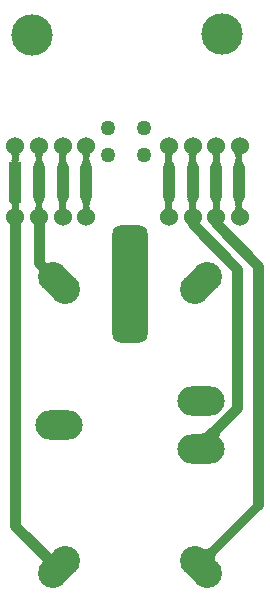
<source format=gtl>
G04*
G04 #@! TF.GenerationSoftware,Altium Limited,Altium Designer,23.10.1 (27)*
G04*
G04 Layer_Physical_Order=1*
G04 Layer_Color=255*
%FSLAX25Y25*%
%MOIN*%
G70*
G04*
G04 #@! TF.SameCoordinates,1CDB52BC-5702-4D16-9384-FD81A510AF7B*
G04*
G04*
G04 #@! TF.FilePolarity,Positive*
G04*
G01*
G75*
%ADD11O,0.03937X0.13780*%
%ADD12R,0.03937X0.13780*%
%ADD22C,0.03500*%
%ADD23C,0.02000*%
%ADD24C,0.03000*%
%ADD25C,0.06000*%
G04:AMPARAMS|DCode=26|XSize=118.11mil|YSize=393.7mil|CornerRadius=29.53mil|HoleSize=0mil|Usage=FLASHONLY|Rotation=0.000|XOffset=0mil|YOffset=0mil|HoleType=Round|Shape=RoundedRectangle|*
%AMROUNDEDRECTD26*
21,1,0.11811,0.33465,0,0,0.0*
21,1,0.05906,0.39370,0,0,0.0*
1,1,0.05906,0.02953,-0.16732*
1,1,0.05906,-0.02953,-0.16732*
1,1,0.05906,-0.02953,0.16732*
1,1,0.05906,0.02953,0.16732*
%
%ADD26ROUNDEDRECTD26*%
G04:AMPARAMS|DCode=27|XSize=98.43mil|YSize=157.48mil|CornerRadius=0mil|HoleSize=0mil|Usage=FLASHONLY|Rotation=315.000|XOffset=0mil|YOffset=0mil|HoleType=Round|Shape=Round|*
%AMOVALD27*
21,1,0.05906,0.09843,0.00000,0.00000,45.0*
1,1,0.09843,-0.02088,-0.02088*
1,1,0.09843,0.02088,0.02088*
%
%ADD27OVALD27*%

G04:AMPARAMS|DCode=28|XSize=98.43mil|YSize=157.48mil|CornerRadius=0mil|HoleSize=0mil|Usage=FLASHONLY|Rotation=225.000|XOffset=0mil|YOffset=0mil|HoleType=Round|Shape=Round|*
%AMOVALD28*
21,1,0.05906,0.09843,0.00000,0.00000,315.0*
1,1,0.09843,-0.02088,0.02088*
1,1,0.09843,0.02088,-0.02088*
%
%ADD28OVALD28*%

%ADD29O,0.15748X0.09843*%
%ADD30C,0.05000*%
%ADD31C,0.13780*%
G36*
X21405Y147141D02*
X21320Y147039D01*
X21245Y146909D01*
X21180Y146749D01*
X21125Y146561D01*
X21080Y146344D01*
X21046Y146106D01*
X21086Y145857D01*
X21153Y145597D01*
X21239Y145377D01*
X21344Y145197D01*
X21468Y145057D01*
X21611Y144957D01*
X21774Y144897D01*
X21956Y144877D01*
X18045D01*
X18226Y144897D01*
X18388Y144957D01*
X18532Y145057D01*
X18656Y145197D01*
X18761Y145377D01*
X18847Y145597D01*
X18914Y145857D01*
X18954Y146106D01*
X18920Y146344D01*
X18875Y146561D01*
X18820Y146749D01*
X18755Y146909D01*
X18680Y147039D01*
X18595Y147141D01*
X18500Y147213D01*
X21500D01*
X21405Y147141D01*
D02*
G37*
G36*
X95940Y147035D02*
X95838Y146976D01*
X95746Y146886D01*
X95665Y146765D01*
X95595Y146614D01*
X95535Y146433D01*
X95486Y146222D01*
X95449Y145980D01*
X95441Y145901D01*
X95465Y145634D01*
X95515Y145336D01*
X95580Y145056D01*
X95659Y144792D01*
X95752Y144546D01*
X95860Y144316D01*
X95982Y144104D01*
X96118Y143908D01*
X92700D01*
X92833Y144099D01*
X92952Y144308D01*
X93057Y144534D01*
X93148Y144778D01*
X93225Y145040D01*
X93288Y145319D01*
X93337Y145616D01*
X93372Y145931D01*
X93374Y145975D01*
X93331Y146529D01*
X93292Y146751D01*
X93244Y146945D01*
X93188Y147110D01*
X93123Y147248D01*
X93050Y147357D01*
X92968Y147438D01*
X95940Y147035D01*
D02*
G37*
G36*
X88397Y147175D02*
X88314Y147072D01*
X88240Y146940D01*
X88176Y146779D01*
X88122Y146590D01*
X88078Y146371D01*
X88044Y146124D01*
X88030Y145912D01*
X88057Y145560D01*
X88102Y145264D01*
X88160Y144988D01*
X88230Y144732D01*
X88313Y144496D01*
X88408Y144280D01*
X88517Y144084D01*
X88638Y143908D01*
X85220D01*
X85368Y144118D01*
X85501Y144343D01*
X85618Y144582D01*
X85719Y144835D01*
X85805Y145103D01*
X85875Y145384D01*
X85930Y145680D01*
X85963Y145945D01*
X85954Y146072D01*
X85919Y146318D01*
X85873Y146534D01*
X85817Y146722D01*
X85751Y146880D01*
X85674Y147009D01*
X85588Y147108D01*
X85491Y147178D01*
X88490Y147249D01*
X88397Y147175D01*
D02*
G37*
G36*
X80507Y147186D02*
X80411Y147115D01*
X80325Y147015D01*
X80248Y146886D01*
X80183Y146728D01*
X80127Y146540D01*
X80081Y146323D01*
X80046Y146077D01*
X80039Y145981D01*
X80069Y145669D01*
X80122Y145372D01*
X80191Y145091D01*
X80275Y144824D01*
X80374Y144573D01*
X80489Y144336D01*
X80619Y144115D01*
X80764Y143908D01*
X77346D01*
X77470Y144088D01*
X77582Y144287D01*
X77680Y144506D01*
X77765Y144744D01*
X77837Y145001D01*
X77895Y145278D01*
X77941Y145574D01*
X77969Y145921D01*
X77956Y146118D01*
X77921Y146365D01*
X77877Y146583D01*
X77823Y146773D01*
X77759Y146933D01*
X77685Y147065D01*
X77601Y147167D01*
X77508Y147241D01*
X80507Y147186D01*
D02*
G37*
G36*
X72522Y147127D02*
X72422Y147060D01*
X72334Y146964D01*
X72256Y146837D01*
X72188Y146682D01*
X72130Y146496D01*
X72083Y146281D01*
X72047Y146037D01*
X72044Y146008D01*
X72080Y145763D01*
X72142Y145470D01*
X72223Y145186D01*
X72320Y144911D01*
X72436Y144646D01*
X72570Y144391D01*
X72721Y144145D01*
X72890Y143908D01*
X69472D01*
X69572Y144058D01*
X69662Y144231D01*
X69741Y144429D01*
X69810Y144650D01*
X69868Y144895D01*
X69915Y145165D01*
X69979Y145775D01*
X69979Y145778D01*
X69924Y146418D01*
X69882Y146638D01*
X69830Y146829D01*
X69768Y146992D01*
X69697Y147126D01*
X69617Y147231D01*
X69527Y147308D01*
X72522Y147127D01*
D02*
G37*
G36*
X45103Y147202D02*
X45007Y147130D01*
X44922Y147030D01*
X44846Y146900D01*
X44781Y146741D01*
X44726Y146553D01*
X44681Y146335D01*
X44645Y146089D01*
X44637Y145965D01*
X44666Y145644D01*
X44717Y145347D01*
X44783Y145066D01*
X44863Y144801D01*
X44958Y144553D01*
X45068Y144322D01*
X45192Y144107D01*
X45331Y143908D01*
X41913D01*
X42044Y144096D01*
X42160Y144302D01*
X42263Y144527D01*
X42353Y144769D01*
X42428Y145029D01*
X42490Y145308D01*
X42538Y145605D01*
X42567Y145940D01*
X42555Y146105D01*
X42520Y146352D01*
X42476Y146570D01*
X42421Y146759D01*
X42357Y146918D01*
X42282Y147049D01*
X42197Y147151D01*
X42103Y147224D01*
X45103Y147202D01*
D02*
G37*
G36*
X37206Y147189D02*
X37110Y147118D01*
X37024Y147018D01*
X36948Y146889D01*
X36882Y146730D01*
X36827Y146543D01*
X36781Y146326D01*
X36746Y146080D01*
X36738Y145977D01*
X36768Y145663D01*
X36821Y145367D01*
X36889Y145085D01*
X36972Y144819D01*
X37071Y144569D01*
X37185Y144333D01*
X37313Y144113D01*
X37457Y143908D01*
X34039D01*
X34165Y144090D01*
X34277Y144291D01*
X34376Y144510D01*
X34462Y144749D01*
X34535Y145007D01*
X34594Y145284D01*
X34640Y145581D01*
X34668Y145925D01*
X34656Y146115D01*
X34621Y146362D01*
X34577Y146580D01*
X34522Y146769D01*
X34458Y146930D01*
X34384Y147061D01*
X34300Y147164D01*
X34207Y147237D01*
X37206Y147189D01*
D02*
G37*
G36*
X29309Y147177D02*
X29213Y147107D01*
X29126Y147007D01*
X29050Y146878D01*
X28983Y146720D01*
X28927Y146533D01*
X28881Y146317D01*
X28846Y146071D01*
X28840Y145990D01*
X28870Y145683D01*
X28925Y145387D01*
X28996Y145105D01*
X29082Y144837D01*
X29184Y144584D01*
X29301Y144344D01*
X29434Y144119D01*
X29583Y143908D01*
X26165D01*
X26286Y144083D01*
X26394Y144279D01*
X26489Y144494D01*
X26571Y144730D01*
X26641Y144985D01*
X26698Y145261D01*
X26743Y145557D01*
X26770Y145910D01*
X26756Y146125D01*
X26722Y146372D01*
X26678Y146591D01*
X26624Y146781D01*
X26560Y146941D01*
X26487Y147073D01*
X26403Y147177D01*
X26310Y147251D01*
X29309Y147177D01*
D02*
G37*
G36*
X45192Y131893D02*
X45068Y131678D01*
X44958Y131447D01*
X44863Y131199D01*
X44783Y130934D01*
X44717Y130653D01*
X44666Y130356D01*
X44634Y130080D01*
X44645Y129911D01*
X44681Y129665D01*
X44726Y129447D01*
X44781Y129259D01*
X44846Y129100D01*
X44922Y128970D01*
X45007Y128870D01*
X45103Y128798D01*
X42103Y128776D01*
X42197Y128849D01*
X42282Y128951D01*
X42357Y129081D01*
X42421Y129241D01*
X42476Y129430D01*
X42520Y129648D01*
X42555Y129895D01*
X42567Y130060D01*
X42538Y130395D01*
X42490Y130692D01*
X42428Y130971D01*
X42353Y131231D01*
X42263Y131474D01*
X42160Y131698D01*
X42044Y131904D01*
X41913Y132092D01*
X45331D01*
X45192Y131893D01*
D02*
G37*
G36*
X37313Y131887D02*
X37185Y131667D01*
X37071Y131431D01*
X36972Y131181D01*
X36889Y130915D01*
X36821Y130633D01*
X36768Y130337D01*
X36735Y130067D01*
X36746Y129920D01*
X36781Y129674D01*
X36827Y129457D01*
X36882Y129270D01*
X36948Y129111D01*
X37024Y128982D01*
X37110Y128882D01*
X37206Y128811D01*
X34207Y128763D01*
X34300Y128836D01*
X34384Y128939D01*
X34458Y129070D01*
X34522Y129230D01*
X34577Y129420D01*
X34621Y129638D01*
X34656Y129885D01*
X34668Y130075D01*
X34640Y130419D01*
X34594Y130716D01*
X34535Y130993D01*
X34462Y131251D01*
X34376Y131490D01*
X34277Y131709D01*
X34165Y131910D01*
X34039Y132092D01*
X37457D01*
X37313Y131887D01*
D02*
G37*
G36*
X80619Y131885D02*
X80489Y131664D01*
X80374Y131427D01*
X80275Y131176D01*
X80191Y130909D01*
X80122Y130628D01*
X80069Y130331D01*
X80036Y130063D01*
X80046Y129923D01*
X80081Y129677D01*
X80127Y129460D01*
X80183Y129272D01*
X80248Y129114D01*
X80325Y128985D01*
X80411Y128885D01*
X80507Y128814D01*
X77508Y128759D01*
X77601Y128833D01*
X77685Y128935D01*
X77759Y129067D01*
X77823Y129227D01*
X77877Y129417D01*
X77921Y129635D01*
X77956Y129882D01*
X77969Y130079D01*
X77941Y130426D01*
X77895Y130722D01*
X77837Y130999D01*
X77765Y131256D01*
X77680Y131494D01*
X77582Y131713D01*
X77470Y131912D01*
X77346Y132092D01*
X80764D01*
X80619Y131885D01*
D02*
G37*
G36*
X88517Y131916D02*
X88408Y131720D01*
X88313Y131504D01*
X88230Y131268D01*
X88160Y131012D01*
X88102Y130736D01*
X88057Y130440D01*
X88030Y130088D01*
X88044Y129876D01*
X88078Y129629D01*
X88122Y129410D01*
X88176Y129221D01*
X88240Y129060D01*
X88314Y128928D01*
X88397Y128825D01*
X88490Y128751D01*
X85491Y128822D01*
X85588Y128892D01*
X85674Y128991D01*
X85751Y129120D01*
X85817Y129278D01*
X85873Y129466D01*
X85919Y129682D01*
X85954Y129928D01*
X85960Y130012D01*
X85930Y130320D01*
X85875Y130616D01*
X85805Y130897D01*
X85719Y131165D01*
X85618Y131418D01*
X85501Y131657D01*
X85368Y131882D01*
X85220Y132092D01*
X88638D01*
X88517Y131916D01*
D02*
G37*
G36*
X29434Y131881D02*
X29301Y131656D01*
X29184Y131416D01*
X29082Y131163D01*
X28996Y130895D01*
X28925Y130613D01*
X28870Y130317D01*
X28837Y130053D01*
X28846Y129929D01*
X28881Y129683D01*
X28927Y129467D01*
X28983Y129280D01*
X29050Y129122D01*
X29126Y128993D01*
X29213Y128893D01*
X29309Y128823D01*
X26310Y128749D01*
X26403Y128823D01*
X26487Y128927D01*
X26560Y129059D01*
X26624Y129219D01*
X26678Y129409D01*
X26722Y129628D01*
X26756Y129875D01*
X26770Y130090D01*
X26743Y130443D01*
X26698Y130739D01*
X26641Y131015D01*
X26571Y131270D01*
X26489Y131506D01*
X26394Y131721D01*
X26286Y131916D01*
X26165Y132092D01*
X29583D01*
X29434Y131881D01*
D02*
G37*
G36*
X72721Y131855D02*
X72570Y131609D01*
X72436Y131354D01*
X72320Y131089D01*
X72223Y130814D01*
X72142Y130530D01*
X72080Y130237D01*
X72045Y129996D01*
X72047Y129963D01*
X72083Y129719D01*
X72130Y129504D01*
X72188Y129318D01*
X72256Y129163D01*
X72334Y129036D01*
X72422Y128940D01*
X72522Y128873D01*
X69527Y128692D01*
X69617Y128769D01*
X69697Y128874D01*
X69768Y129008D01*
X69830Y129171D01*
X69882Y129362D01*
X69924Y129582D01*
X69957Y129830D01*
X69976Y130112D01*
X69915Y130835D01*
X69868Y131105D01*
X69810Y131350D01*
X69741Y131571D01*
X69662Y131769D01*
X69572Y131942D01*
X69472Y132092D01*
X72890D01*
X72721Y131855D01*
D02*
G37*
G36*
X95982Y131896D02*
X95860Y131684D01*
X95752Y131454D01*
X95659Y131208D01*
X95580Y130944D01*
X95515Y130664D01*
X95465Y130366D01*
X95439Y130145D01*
X95449Y130020D01*
X95486Y129778D01*
X95535Y129567D01*
X95595Y129386D01*
X95665Y129235D01*
X95746Y129114D01*
X95838Y129025D01*
X95940Y128965D01*
X92968Y128562D01*
X93050Y128643D01*
X93123Y128752D01*
X93188Y128890D01*
X93244Y129055D01*
X93292Y129249D01*
X93331Y129471D01*
X93361Y129721D01*
X93375Y129950D01*
X93337Y130384D01*
X93288Y130681D01*
X93225Y130960D01*
X93148Y131222D01*
X93057Y131466D01*
X92952Y131692D01*
X92833Y131901D01*
X92700Y132092D01*
X96118D01*
X95982Y131896D01*
D02*
G37*
G36*
X21002Y131465D02*
X21024Y131123D01*
X21956D01*
X21774Y131103D01*
X21611Y131043D01*
X21468Y130943D01*
X21344Y130803D01*
X21239Y130623D01*
X21153Y130403D01*
X21087Y130148D01*
X21135Y129404D01*
X21180Y129251D01*
X21245Y129091D01*
X21320Y128961D01*
X21405Y128859D01*
X21500Y128787D01*
X21175D01*
X21193Y128506D01*
X21238Y128426D01*
X18762D01*
X18807Y128506D01*
X18848Y128650D01*
X18871Y128787D01*
X18500D01*
X18595Y128859D01*
X18680Y128961D01*
X18755Y129091D01*
X18820Y129251D01*
X18875Y129439D01*
X18920Y129657D01*
X18954Y129894D01*
X18914Y130143D01*
X18847Y130403D01*
X18761Y130623D01*
X18656Y130803D01*
X18532Y130943D01*
X18388Y131043D01*
X18226Y131103D01*
X18045Y131123D01*
X18988D01*
X19000Y132125D01*
X21000D01*
X21002Y131465D01*
D02*
G37*
G36*
X89766Y55795D02*
X89184Y55188D01*
X88333Y54139D01*
X88063Y53696D01*
X87897Y53307D01*
X87835Y52973D01*
X87876Y52693D01*
X88022Y52468D01*
X88271Y52297D01*
X88625Y52180D01*
X80527Y53968D01*
X80939Y53913D01*
X81370Y53925D01*
X81819Y54005D01*
X82287Y54152D01*
X82773Y54367D01*
X83277Y54650D01*
X83799Y55000D01*
X84340Y55417D01*
X84899Y55902D01*
X85476Y56455D01*
X89766Y55795D01*
D02*
G37*
G36*
X87890Y14903D02*
X87492Y14484D01*
X87159Y14087D01*
X86891Y13712D01*
X86687Y13360D01*
X86548Y13030D01*
X86473Y12722D01*
X86463Y12436D01*
X86518Y12173D01*
X86637Y11931D01*
X86821Y11712D01*
X82499Y15871D01*
X82726Y15696D01*
X82975Y15585D01*
X83246Y15539D01*
X83540Y15557D01*
X83856Y15640D01*
X84194Y15788D01*
X84554Y16000D01*
X84937Y16277D01*
X85342Y16618D01*
X85769Y17024D01*
X87890Y14903D01*
D02*
G37*
D11*
X94410Y138000D02*
D03*
X86929D02*
D03*
X79055D02*
D03*
X71181D02*
D03*
X43622D02*
D03*
X35748D02*
D03*
X27874D02*
D03*
D12*
X20000D02*
D03*
D22*
X86929Y124071D02*
X101000Y110000D01*
Y30134D02*
Y110000D01*
X86929Y124071D02*
Y126189D01*
X94000Y62504D02*
Y109000D01*
X79055Y123945D02*
X94000Y109000D01*
X79055Y123945D02*
Y126189D01*
X27874D02*
Y127189D01*
X20000Y23134D02*
Y126189D01*
Y127189D01*
Y23134D02*
X33378Y9756D01*
X27874Y110826D02*
Y126189D01*
Y110826D02*
X32850Y105850D01*
X80622Y49126D02*
X94000Y62504D01*
X32850Y105850D02*
X34656D01*
D23*
X20000Y127189D02*
Y138000D01*
Y149811D01*
Y151000D01*
X94400Y126800D02*
Y150800D01*
X35700Y126900D02*
Y150900D01*
X71000Y127000D02*
Y151000D01*
X79000Y127000D02*
Y151000D01*
X87000Y127000D02*
Y151000D01*
X43600Y125700D02*
Y149700D01*
X27800Y126800D02*
Y150800D01*
D24*
X80622Y9756D02*
X101000Y30134D01*
D25*
X27874Y149811D02*
D03*
X35748D02*
D03*
X43622D02*
D03*
X71181D02*
D03*
X79055D02*
D03*
X86929D02*
D03*
X94803D02*
D03*
Y126189D02*
D03*
X86929D02*
D03*
X79055D02*
D03*
X71181D02*
D03*
X43622D02*
D03*
X35748D02*
D03*
X27874D02*
D03*
X20000D02*
D03*
Y149811D02*
D03*
D26*
X58278Y103930D02*
D03*
D27*
X81900Y104174D02*
D03*
X34656Y9686D02*
D03*
D28*
Y104174D02*
D03*
X81900Y9686D02*
D03*
D29*
X34656Y56930D02*
D03*
X81900Y64804D02*
D03*
Y49056D02*
D03*
D30*
X51000Y147000D02*
D03*
X63000D02*
D03*
Y156000D02*
D03*
X51000D02*
D03*
D31*
X88700Y187100D02*
D03*
X25600Y187000D02*
D03*
M02*

</source>
